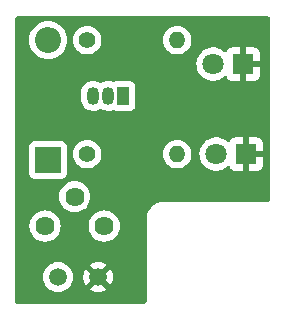
<source format=gbr>
%TF.GenerationSoftware,KiCad,Pcbnew,(6.0.0)*%
%TF.CreationDate,2022-01-11T14:15:25-05:00*%
%TF.ProjectId,automatic_night_light,6175746f-6d61-4746-9963-5f6e69676874,1*%
%TF.SameCoordinates,Original*%
%TF.FileFunction,Copper,L2,Bot*%
%TF.FilePolarity,Positive*%
%FSLAX46Y46*%
G04 Gerber Fmt 4.6, Leading zero omitted, Abs format (unit mm)*
G04 Created by KiCad (PCBNEW (6.0.0)) date 2022-01-11 14:15:25*
%MOMM*%
%LPD*%
G01*
G04 APERTURE LIST*
%TA.AperFunction,ComponentPad*%
%ADD10R,2.200000X2.200000*%
%TD*%
%TA.AperFunction,ComponentPad*%
%ADD11O,2.200000X2.200000*%
%TD*%
%TA.AperFunction,ComponentPad*%
%ADD12R,1.800000X1.800000*%
%TD*%
%TA.AperFunction,ComponentPad*%
%ADD13C,1.800000*%
%TD*%
%TA.AperFunction,ComponentPad*%
%ADD14C,1.500000*%
%TD*%
%TA.AperFunction,ComponentPad*%
%ADD15O,1.050000X1.500000*%
%TD*%
%TA.AperFunction,ComponentPad*%
%ADD16R,1.050000X1.500000*%
%TD*%
%TA.AperFunction,ComponentPad*%
%ADD17C,1.620000*%
%TD*%
%TA.AperFunction,ComponentPad*%
%ADD18C,1.400000*%
%TD*%
%TA.AperFunction,ComponentPad*%
%ADD19O,1.400000X1.400000*%
%TD*%
G04 APERTURE END LIST*
D10*
%TO.P,D1,1,K*%
%TO.N,Net-(D1-Pad1)*%
X128778000Y-70612000D03*
D11*
%TO.P,D1,2,A*%
%TO.N,+9V*%
X128778000Y-60452000D03*
%TD*%
D12*
%TO.P,D3,1,K*%
%TO.N,GND*%
X145288000Y-62484000D03*
D13*
%TO.P,D3,2,A*%
%TO.N,Net-(D2-Pad2)*%
X142748000Y-62484000D03*
%TD*%
%TO.P,D2,2,A*%
%TO.N,Net-(D2-Pad2)*%
X143007000Y-70104000D03*
D12*
%TO.P,D2,1,K*%
%TO.N,GND*%
X145547000Y-70104000D03*
%TD*%
D14*
%TO.P,R1,2*%
%TO.N,GND*%
X133018000Y-80518000D03*
%TO.P,R1,1*%
%TO.N,Net-(R2-Pad1)*%
X129618000Y-80518000D03*
%TD*%
D15*
%TO.P,Q1,2,B*%
%TO.N,Net-(Q1-Pad2)*%
X133858000Y-65172000D03*
%TO.P,Q1,3,C*%
%TO.N,Net-(D1-Pad1)*%
X132588000Y-65172000D03*
D16*
%TO.P,Q1,1,E*%
%TO.N,Net-(Q1-Pad1)*%
X135128000Y-65172000D03*
%TD*%
D17*
%TO.P,RV1,3,3*%
%TO.N,unconnected-(RV1-Pad3)*%
X133524000Y-76200000D03*
%TO.P,RV1,2,2*%
%TO.N,Net-(R2-Pad1)*%
X131024000Y-73700000D03*
%TO.P,RV1,1,1*%
%TO.N,Net-(D1-Pad1)*%
X128524000Y-76200000D03*
%TD*%
D18*
%TO.P,R3,1*%
%TO.N,Net-(Q1-Pad1)*%
X132080000Y-60452000D03*
D19*
%TO.P,R3,2*%
%TO.N,Net-(D2-Pad2)*%
X139700000Y-60452000D03*
%TD*%
D18*
%TO.P,R2,1*%
%TO.N,Net-(R2-Pad1)*%
X132080000Y-70104000D03*
D19*
%TO.P,R2,2*%
%TO.N,Net-(Q1-Pad2)*%
X139700000Y-70104000D03*
%TD*%
%TA.AperFunction,Conductor*%
%TO.N,GND*%
G36*
X147293913Y-58421136D02*
G01*
X147315137Y-58424006D01*
X147315140Y-58424006D01*
X147324030Y-58425208D01*
X147332901Y-58423867D01*
X147341882Y-58423796D01*
X147341889Y-58424713D01*
X147363411Y-58424614D01*
X147385885Y-58427805D01*
X147424468Y-58439830D01*
X147456472Y-58455814D01*
X147489269Y-58479442D01*
X147514558Y-58504731D01*
X147538186Y-58537528D01*
X147554170Y-58569532D01*
X147566196Y-58608122D01*
X147569311Y-58630066D01*
X147570386Y-58649816D01*
X147569043Y-58657433D01*
X147572687Y-58690438D01*
X147573239Y-58695436D01*
X147574000Y-58709264D01*
X147574000Y-73864671D01*
X147572500Y-73884055D01*
X147568814Y-73907729D01*
X147569978Y-73916629D01*
X147569868Y-73925605D01*
X147569050Y-73925595D01*
X147568759Y-73947086D01*
X147564690Y-73972778D01*
X147552508Y-74010270D01*
X147534549Y-74045517D01*
X147511377Y-74077410D01*
X147483410Y-74105377D01*
X147451517Y-74128549D01*
X147416270Y-74146508D01*
X147378779Y-74158690D01*
X147353941Y-74162624D01*
X147334232Y-74164054D01*
X147326269Y-74162814D01*
X147294748Y-74166936D01*
X147278410Y-74168000D01*
X138455433Y-74168000D01*
X138445545Y-74167611D01*
X138397334Y-74163816D01*
X138392474Y-74164186D01*
X138392471Y-74164186D01*
X138391283Y-74164277D01*
X138384830Y-74164768D01*
X138380092Y-74165879D01*
X138380093Y-74165879D01*
X138374114Y-74167281D01*
X138366590Y-74168806D01*
X138171918Y-74202098D01*
X138167084Y-74203764D01*
X138167080Y-74203765D01*
X138010000Y-74257901D01*
X137967626Y-74272505D01*
X137777417Y-74375037D01*
X137606304Y-74506993D01*
X137458794Y-74664896D01*
X137455956Y-74669145D01*
X137455952Y-74669150D01*
X137341615Y-74840334D01*
X137338776Y-74844585D01*
X137336662Y-74849240D01*
X137257492Y-75023536D01*
X137249412Y-75041324D01*
X137193057Y-75249930D01*
X137192540Y-75255013D01*
X137192539Y-75255019D01*
X137175091Y-75426608D01*
X137173547Y-75437248D01*
X137170692Y-75452354D01*
X137170288Y-75464887D01*
X137171697Y-75476367D01*
X137172318Y-75500642D01*
X137163190Y-75629081D01*
X137162007Y-75639531D01*
X137160000Y-75652423D01*
X137160000Y-75669497D01*
X137159683Y-75678429D01*
X137158692Y-75692373D01*
X137159011Y-75696840D01*
X137159011Y-75696843D01*
X137159680Y-75706207D01*
X137160000Y-75715183D01*
X137160000Y-82478882D01*
X137159701Y-82483848D01*
X137158493Y-82488340D01*
X137158689Y-82497316D01*
X137157611Y-82506224D01*
X137157257Y-82506181D01*
X137154864Y-82527468D01*
X137143685Y-82572049D01*
X137130775Y-82604078D01*
X137100000Y-82657749D01*
X137078878Y-82685071D01*
X137034688Y-82728370D01*
X137006941Y-82748931D01*
X136952659Y-82778604D01*
X136920377Y-82790859D01*
X136878356Y-82800491D01*
X136859731Y-82803315D01*
X136857826Y-82803459D01*
X136848869Y-82802862D01*
X136840107Y-82804802D01*
X136831154Y-82805480D01*
X136831132Y-82805185D01*
X136818168Y-82806602D01*
X126311188Y-82804010D01*
X126296085Y-82803097D01*
X126261391Y-82798898D01*
X126252536Y-82800364D01*
X126243560Y-82800559D01*
X126243542Y-82799742D01*
X126222057Y-82800181D01*
X126192720Y-82796553D01*
X126154831Y-82785652D01*
X126115782Y-82767400D01*
X126083122Y-82745329D01*
X126051624Y-82715905D01*
X126027380Y-82684817D01*
X126006514Y-82647094D01*
X125993065Y-82610039D01*
X125987615Y-82581868D01*
X125985515Y-82562217D01*
X125986483Y-82554219D01*
X125983079Y-82533653D01*
X125981387Y-82513065D01*
X125981470Y-81760692D01*
X125981606Y-80518000D01*
X128354693Y-80518000D01*
X128373885Y-80737371D01*
X128430880Y-80950076D01*
X128433205Y-80955061D01*
X128521618Y-81144666D01*
X128521621Y-81144671D01*
X128523944Y-81149653D01*
X128527100Y-81154160D01*
X128527101Y-81154162D01*
X128555801Y-81195149D01*
X128650251Y-81330038D01*
X128805962Y-81485749D01*
X128986346Y-81612056D01*
X129185924Y-81705120D01*
X129398629Y-81762115D01*
X129618000Y-81781307D01*
X129837371Y-81762115D01*
X130050076Y-81705120D01*
X130249654Y-81612056D01*
X130312342Y-81568161D01*
X132332393Y-81568161D01*
X132341687Y-81580175D01*
X132382088Y-81608464D01*
X132391584Y-81613947D01*
X132581113Y-81702326D01*
X132591405Y-81706072D01*
X132793401Y-81760196D01*
X132804196Y-81762099D01*
X133012525Y-81780326D01*
X133023475Y-81780326D01*
X133231804Y-81762099D01*
X133242599Y-81760196D01*
X133444595Y-81706072D01*
X133454887Y-81702326D01*
X133644416Y-81613947D01*
X133653912Y-81608464D01*
X133695148Y-81579590D01*
X133703523Y-81569112D01*
X133696457Y-81555668D01*
X133030811Y-80890021D01*
X133016868Y-80882408D01*
X133015034Y-80882539D01*
X133008420Y-80886790D01*
X132338820Y-81556391D01*
X132332393Y-81568161D01*
X130312342Y-81568161D01*
X130430038Y-81485749D01*
X130585749Y-81330038D01*
X130680200Y-81195149D01*
X130708899Y-81154162D01*
X130708900Y-81154160D01*
X130712056Y-81149653D01*
X130714379Y-81144671D01*
X130714382Y-81144666D01*
X130802795Y-80955061D01*
X130805120Y-80950076D01*
X130862115Y-80737371D01*
X130880828Y-80523475D01*
X131755674Y-80523475D01*
X131773901Y-80731804D01*
X131775804Y-80742599D01*
X131829928Y-80944595D01*
X131833674Y-80954887D01*
X131922054Y-81144417D01*
X131927534Y-81153907D01*
X131956411Y-81195149D01*
X131966887Y-81203523D01*
X131980334Y-81196455D01*
X132645979Y-80530811D01*
X132652356Y-80519132D01*
X133382408Y-80519132D01*
X133382539Y-80520966D01*
X133386790Y-80527580D01*
X134056391Y-81197180D01*
X134068161Y-81203607D01*
X134080176Y-81194311D01*
X134108466Y-81153907D01*
X134113946Y-81144417D01*
X134202326Y-80954887D01*
X134206072Y-80944595D01*
X134260196Y-80742599D01*
X134262099Y-80731804D01*
X134280326Y-80523475D01*
X134280326Y-80512525D01*
X134262099Y-80304196D01*
X134260196Y-80293401D01*
X134206072Y-80091405D01*
X134202326Y-80081113D01*
X134113946Y-79891583D01*
X134108466Y-79882093D01*
X134079589Y-79840851D01*
X134069113Y-79832477D01*
X134055666Y-79839545D01*
X133390021Y-80505189D01*
X133382408Y-80519132D01*
X132652356Y-80519132D01*
X132653592Y-80516868D01*
X132653461Y-80515034D01*
X132649210Y-80508420D01*
X131979609Y-79838820D01*
X131967839Y-79832393D01*
X131955824Y-79841689D01*
X131927534Y-79882093D01*
X131922054Y-79891583D01*
X131833674Y-80081113D01*
X131829928Y-80091405D01*
X131775804Y-80293401D01*
X131773901Y-80304196D01*
X131755674Y-80512525D01*
X131755674Y-80523475D01*
X130880828Y-80523475D01*
X130881307Y-80518000D01*
X130862115Y-80298629D01*
X130805120Y-80085924D01*
X130714498Y-79891583D01*
X130714382Y-79891334D01*
X130714379Y-79891329D01*
X130712056Y-79886347D01*
X130680786Y-79841689D01*
X130588908Y-79710473D01*
X130588906Y-79710470D01*
X130585749Y-79705962D01*
X130430038Y-79550251D01*
X130310983Y-79466887D01*
X132332477Y-79466887D01*
X132339545Y-79480334D01*
X133005189Y-80145979D01*
X133019132Y-80153592D01*
X133020966Y-80153461D01*
X133027580Y-80149210D01*
X133697180Y-79479609D01*
X133703607Y-79467839D01*
X133694313Y-79455825D01*
X133653912Y-79427536D01*
X133644416Y-79422053D01*
X133454887Y-79333674D01*
X133444595Y-79329928D01*
X133242599Y-79275804D01*
X133231804Y-79273901D01*
X133023475Y-79255674D01*
X133012525Y-79255674D01*
X132804196Y-79273901D01*
X132793401Y-79275804D01*
X132591405Y-79329928D01*
X132581113Y-79333674D01*
X132391583Y-79422054D01*
X132382093Y-79427534D01*
X132340851Y-79456411D01*
X132332477Y-79466887D01*
X130310983Y-79466887D01*
X130249654Y-79423944D01*
X130050076Y-79330880D01*
X129837371Y-79273885D01*
X129618000Y-79254693D01*
X129398629Y-79273885D01*
X129185924Y-79330880D01*
X129092562Y-79374415D01*
X128991334Y-79421618D01*
X128991329Y-79421621D01*
X128986347Y-79423944D01*
X128981840Y-79427100D01*
X128981838Y-79427101D01*
X128810473Y-79547092D01*
X128810470Y-79547094D01*
X128805962Y-79550251D01*
X128650251Y-79705962D01*
X128647094Y-79710470D01*
X128647092Y-79710473D01*
X128555214Y-79841689D01*
X128523944Y-79886347D01*
X128521621Y-79891329D01*
X128521618Y-79891334D01*
X128521502Y-79891583D01*
X128430880Y-80085924D01*
X128373885Y-80298629D01*
X128354693Y-80518000D01*
X125981606Y-80518000D01*
X125982079Y-76200000D01*
X127200464Y-76200000D01*
X127220571Y-76429830D01*
X127280283Y-76652676D01*
X127282608Y-76657661D01*
X127375458Y-76856781D01*
X127375461Y-76856786D01*
X127377784Y-76861768D01*
X127510113Y-77050753D01*
X127673247Y-77213887D01*
X127677755Y-77217044D01*
X127677758Y-77217046D01*
X127756630Y-77272272D01*
X127862232Y-77346216D01*
X127867214Y-77348539D01*
X127867219Y-77348542D01*
X127973558Y-77398128D01*
X128071324Y-77443717D01*
X128294170Y-77503429D01*
X128524000Y-77523536D01*
X128753830Y-77503429D01*
X128976676Y-77443717D01*
X129074442Y-77398128D01*
X129180781Y-77348542D01*
X129180786Y-77348539D01*
X129185768Y-77346216D01*
X129291370Y-77272272D01*
X129370242Y-77217046D01*
X129370245Y-77217044D01*
X129374753Y-77213887D01*
X129537887Y-77050753D01*
X129670216Y-76861768D01*
X129672539Y-76856786D01*
X129672542Y-76856781D01*
X129765392Y-76657661D01*
X129767717Y-76652676D01*
X129827429Y-76429830D01*
X129847536Y-76200000D01*
X132200464Y-76200000D01*
X132220571Y-76429830D01*
X132280283Y-76652676D01*
X132282608Y-76657661D01*
X132375458Y-76856781D01*
X132375461Y-76856786D01*
X132377784Y-76861768D01*
X132510113Y-77050753D01*
X132673247Y-77213887D01*
X132677755Y-77217044D01*
X132677758Y-77217046D01*
X132756630Y-77272272D01*
X132862232Y-77346216D01*
X132867214Y-77348539D01*
X132867219Y-77348542D01*
X132973558Y-77398128D01*
X133071324Y-77443717D01*
X133294170Y-77503429D01*
X133524000Y-77523536D01*
X133753830Y-77503429D01*
X133976676Y-77443717D01*
X134074442Y-77398128D01*
X134180781Y-77348542D01*
X134180786Y-77348539D01*
X134185768Y-77346216D01*
X134291370Y-77272272D01*
X134370242Y-77217046D01*
X134370245Y-77217044D01*
X134374753Y-77213887D01*
X134537887Y-77050753D01*
X134670216Y-76861768D01*
X134672539Y-76856786D01*
X134672542Y-76856781D01*
X134765392Y-76657661D01*
X134767717Y-76652676D01*
X134827429Y-76429830D01*
X134847536Y-76200000D01*
X134827429Y-75970170D01*
X134767717Y-75747324D01*
X134715027Y-75634329D01*
X134672542Y-75543219D01*
X134672539Y-75543214D01*
X134670216Y-75538232D01*
X134537887Y-75349247D01*
X134374753Y-75186113D01*
X134370245Y-75182956D01*
X134370242Y-75182954D01*
X134288297Y-75125576D01*
X134185768Y-75053784D01*
X134180786Y-75051461D01*
X134180781Y-75051458D01*
X134074442Y-75001872D01*
X133976676Y-74956283D01*
X133753830Y-74896571D01*
X133524000Y-74876464D01*
X133294170Y-74896571D01*
X133071324Y-74956283D01*
X132973558Y-75001872D01*
X132867219Y-75051458D01*
X132867214Y-75051461D01*
X132862232Y-75053784D01*
X132759703Y-75125576D01*
X132677758Y-75182954D01*
X132677755Y-75182956D01*
X132673247Y-75186113D01*
X132510113Y-75349247D01*
X132377784Y-75538232D01*
X132375461Y-75543214D01*
X132375458Y-75543219D01*
X132332973Y-75634329D01*
X132280283Y-75747324D01*
X132220571Y-75970170D01*
X132200464Y-76200000D01*
X129847536Y-76200000D01*
X129827429Y-75970170D01*
X129767717Y-75747324D01*
X129715027Y-75634329D01*
X129672542Y-75543219D01*
X129672539Y-75543214D01*
X129670216Y-75538232D01*
X129537887Y-75349247D01*
X129374753Y-75186113D01*
X129370245Y-75182956D01*
X129370242Y-75182954D01*
X129288297Y-75125576D01*
X129185768Y-75053784D01*
X129180786Y-75051461D01*
X129180781Y-75051458D01*
X129074442Y-75001872D01*
X128976676Y-74956283D01*
X128753830Y-74896571D01*
X128524000Y-74876464D01*
X128294170Y-74896571D01*
X128071324Y-74956283D01*
X127973558Y-75001872D01*
X127867219Y-75051458D01*
X127867214Y-75051461D01*
X127862232Y-75053784D01*
X127759703Y-75125576D01*
X127677758Y-75182954D01*
X127677755Y-75182956D01*
X127673247Y-75186113D01*
X127510113Y-75349247D01*
X127377784Y-75538232D01*
X127375461Y-75543214D01*
X127375458Y-75543219D01*
X127332973Y-75634329D01*
X127280283Y-75747324D01*
X127220571Y-75970170D01*
X127200464Y-76200000D01*
X125982079Y-76200000D01*
X125982353Y-73700000D01*
X129700464Y-73700000D01*
X129720571Y-73929830D01*
X129780283Y-74152676D01*
X129803329Y-74202098D01*
X129875458Y-74356781D01*
X129875461Y-74356786D01*
X129877784Y-74361768D01*
X130010113Y-74550753D01*
X130173247Y-74713887D01*
X130177755Y-74717044D01*
X130177758Y-74717046D01*
X130256630Y-74772272D01*
X130362232Y-74846216D01*
X130367214Y-74848539D01*
X130367219Y-74848542D01*
X130427099Y-74876464D01*
X130571324Y-74943717D01*
X130794170Y-75003429D01*
X131024000Y-75023536D01*
X131253830Y-75003429D01*
X131476676Y-74943717D01*
X131620901Y-74876464D01*
X131680781Y-74848542D01*
X131680786Y-74848539D01*
X131685768Y-74846216D01*
X131791370Y-74772272D01*
X131870242Y-74717046D01*
X131870245Y-74717044D01*
X131874753Y-74713887D01*
X132037887Y-74550753D01*
X132170216Y-74361768D01*
X132172539Y-74356786D01*
X132172542Y-74356781D01*
X132244671Y-74202098D01*
X132267717Y-74152676D01*
X132327429Y-73929830D01*
X132347536Y-73700000D01*
X132327429Y-73470170D01*
X132267717Y-73247324D01*
X132222128Y-73149558D01*
X132172542Y-73043219D01*
X132172539Y-73043214D01*
X132170216Y-73038232D01*
X132037887Y-72849247D01*
X131874753Y-72686113D01*
X131870245Y-72682956D01*
X131870242Y-72682954D01*
X131791370Y-72627728D01*
X131685768Y-72553784D01*
X131680786Y-72551461D01*
X131680781Y-72551458D01*
X131574442Y-72501872D01*
X131476676Y-72456283D01*
X131253830Y-72396571D01*
X131024000Y-72376464D01*
X130794170Y-72396571D01*
X130571324Y-72456283D01*
X130473558Y-72501872D01*
X130367219Y-72551458D01*
X130367214Y-72551461D01*
X130362232Y-72553784D01*
X130256630Y-72627728D01*
X130177758Y-72682954D01*
X130177755Y-72682956D01*
X130173247Y-72686113D01*
X130010113Y-72849247D01*
X129877784Y-73038232D01*
X129875461Y-73043214D01*
X129875458Y-73043219D01*
X129825872Y-73149558D01*
X129780283Y-73247324D01*
X129720571Y-73470170D01*
X129700464Y-73700000D01*
X125982353Y-73700000D01*
X125982565Y-71760134D01*
X127169500Y-71760134D01*
X127176255Y-71822316D01*
X127227385Y-71958705D01*
X127314739Y-72075261D01*
X127431295Y-72162615D01*
X127567684Y-72213745D01*
X127629866Y-72220500D01*
X129926134Y-72220500D01*
X129988316Y-72213745D01*
X130124705Y-72162615D01*
X130241261Y-72075261D01*
X130328615Y-71958705D01*
X130379745Y-71822316D01*
X130386500Y-71760134D01*
X130386500Y-70104000D01*
X130866884Y-70104000D01*
X130885314Y-70314655D01*
X130940044Y-70518910D01*
X131029411Y-70710558D01*
X131150699Y-70883776D01*
X131300224Y-71033301D01*
X131473442Y-71154589D01*
X131478420Y-71156910D01*
X131478423Y-71156912D01*
X131541858Y-71186492D01*
X131665090Y-71243956D01*
X131670398Y-71245378D01*
X131670400Y-71245379D01*
X131864030Y-71297262D01*
X131864032Y-71297262D01*
X131869345Y-71298686D01*
X132080000Y-71317116D01*
X132290655Y-71298686D01*
X132295968Y-71297262D01*
X132295970Y-71297262D01*
X132489600Y-71245379D01*
X132489602Y-71245378D01*
X132494910Y-71243956D01*
X132618142Y-71186492D01*
X132681577Y-71156912D01*
X132681580Y-71156910D01*
X132686558Y-71154589D01*
X132859776Y-71033301D01*
X133009301Y-70883776D01*
X133130589Y-70710558D01*
X133219956Y-70518910D01*
X133274686Y-70314655D01*
X133293116Y-70104000D01*
X138486884Y-70104000D01*
X138505314Y-70314655D01*
X138560044Y-70518910D01*
X138649411Y-70710558D01*
X138770699Y-70883776D01*
X138920224Y-71033301D01*
X139093442Y-71154589D01*
X139098420Y-71156910D01*
X139098423Y-71156912D01*
X139161858Y-71186492D01*
X139285090Y-71243956D01*
X139290398Y-71245378D01*
X139290400Y-71245379D01*
X139484030Y-71297262D01*
X139484032Y-71297262D01*
X139489345Y-71298686D01*
X139700000Y-71317116D01*
X139910655Y-71298686D01*
X139915968Y-71297262D01*
X139915970Y-71297262D01*
X140109600Y-71245379D01*
X140109602Y-71245378D01*
X140114910Y-71243956D01*
X140238142Y-71186492D01*
X140301577Y-71156912D01*
X140301580Y-71156910D01*
X140306558Y-71154589D01*
X140479776Y-71033301D01*
X140629301Y-70883776D01*
X140750589Y-70710558D01*
X140839956Y-70518910D01*
X140894686Y-70314655D01*
X140913116Y-70104000D01*
X140910095Y-70069469D01*
X141594095Y-70069469D01*
X141594392Y-70074622D01*
X141594392Y-70074625D01*
X141600067Y-70173041D01*
X141607427Y-70300697D01*
X141608564Y-70305743D01*
X141608565Y-70305749D01*
X141623394Y-70371548D01*
X141658346Y-70526642D01*
X141660288Y-70531424D01*
X141660289Y-70531428D01*
X141734856Y-70715063D01*
X141745484Y-70741237D01*
X141866501Y-70938719D01*
X142018147Y-71113784D01*
X142196349Y-71261730D01*
X142396322Y-71378584D01*
X142612694Y-71461209D01*
X142617760Y-71462240D01*
X142617761Y-71462240D01*
X142670846Y-71473040D01*
X142839656Y-71507385D01*
X142970324Y-71512176D01*
X143065949Y-71515683D01*
X143065953Y-71515683D01*
X143071113Y-71515872D01*
X143076233Y-71515216D01*
X143076235Y-71515216D01*
X143175668Y-71502478D01*
X143300847Y-71486442D01*
X143305795Y-71484957D01*
X143305802Y-71484956D01*
X143517747Y-71421369D01*
X143522690Y-71419886D01*
X143603236Y-71380427D01*
X143726049Y-71320262D01*
X143726052Y-71320260D01*
X143730684Y-71317991D01*
X143919243Y-71183494D01*
X143922898Y-71179852D01*
X143922906Y-71179845D01*
X143964697Y-71138199D01*
X144027068Y-71104282D01*
X144097875Y-71109470D01*
X144154637Y-71152116D01*
X144171619Y-71183218D01*
X144193677Y-71242056D01*
X144202214Y-71257649D01*
X144278715Y-71359724D01*
X144291276Y-71372285D01*
X144393351Y-71448786D01*
X144408946Y-71457324D01*
X144529394Y-71502478D01*
X144544649Y-71506105D01*
X144595514Y-71511631D01*
X144602328Y-71512000D01*
X145274885Y-71512000D01*
X145290124Y-71507525D01*
X145291329Y-71506135D01*
X145293000Y-71498452D01*
X145293000Y-71493884D01*
X145801000Y-71493884D01*
X145805475Y-71509123D01*
X145806865Y-71510328D01*
X145814548Y-71511999D01*
X146491669Y-71511999D01*
X146498490Y-71511629D01*
X146549352Y-71506105D01*
X146564604Y-71502479D01*
X146685054Y-71457324D01*
X146700649Y-71448786D01*
X146802724Y-71372285D01*
X146815285Y-71359724D01*
X146891786Y-71257649D01*
X146900324Y-71242054D01*
X146945478Y-71121606D01*
X146949105Y-71106351D01*
X146954631Y-71055486D01*
X146955000Y-71048672D01*
X146955000Y-70376115D01*
X146950525Y-70360876D01*
X146949135Y-70359671D01*
X146941452Y-70358000D01*
X145819115Y-70358000D01*
X145803876Y-70362475D01*
X145802671Y-70363865D01*
X145801000Y-70371548D01*
X145801000Y-71493884D01*
X145293000Y-71493884D01*
X145293000Y-69831885D01*
X145801000Y-69831885D01*
X145805475Y-69847124D01*
X145806865Y-69848329D01*
X145814548Y-69850000D01*
X146936884Y-69850000D01*
X146952123Y-69845525D01*
X146953328Y-69844135D01*
X146954999Y-69836452D01*
X146954999Y-69159331D01*
X146954629Y-69152510D01*
X146949105Y-69101648D01*
X146945479Y-69086396D01*
X146900324Y-68965946D01*
X146891786Y-68950351D01*
X146815285Y-68848276D01*
X146802724Y-68835715D01*
X146700649Y-68759214D01*
X146685054Y-68750676D01*
X146564606Y-68705522D01*
X146549351Y-68701895D01*
X146498486Y-68696369D01*
X146491672Y-68696000D01*
X145819115Y-68696000D01*
X145803876Y-68700475D01*
X145802671Y-68701865D01*
X145801000Y-68709548D01*
X145801000Y-69831885D01*
X145293000Y-69831885D01*
X145293000Y-68714116D01*
X145288525Y-68698877D01*
X145287135Y-68697672D01*
X145279452Y-68696001D01*
X144602331Y-68696001D01*
X144595510Y-68696371D01*
X144544648Y-68701895D01*
X144529396Y-68705521D01*
X144408946Y-68750676D01*
X144393351Y-68759214D01*
X144291276Y-68835715D01*
X144278715Y-68848276D01*
X144202214Y-68950351D01*
X144193675Y-68965948D01*
X144172934Y-69021275D01*
X144130293Y-69078040D01*
X144063731Y-69102740D01*
X143994383Y-69087533D01*
X143971388Y-69070909D01*
X143970887Y-69070358D01*
X143886230Y-69003500D01*
X143793177Y-68930011D01*
X143793172Y-68930008D01*
X143789123Y-68926810D01*
X143784607Y-68924317D01*
X143784604Y-68924315D01*
X143590879Y-68817373D01*
X143590875Y-68817371D01*
X143586355Y-68814876D01*
X143581486Y-68813152D01*
X143581482Y-68813150D01*
X143372903Y-68739288D01*
X143372899Y-68739287D01*
X143368028Y-68737562D01*
X143362935Y-68736655D01*
X143362932Y-68736654D01*
X143145095Y-68697851D01*
X143145089Y-68697850D01*
X143140006Y-68696945D01*
X143062644Y-68696000D01*
X142913581Y-68694179D01*
X142913579Y-68694179D01*
X142908411Y-68694116D01*
X142679464Y-68729150D01*
X142459314Y-68801106D01*
X142454726Y-68803494D01*
X142454722Y-68803496D01*
X142285931Y-68891363D01*
X142253872Y-68908052D01*
X142249739Y-68911155D01*
X142249736Y-68911157D01*
X142103073Y-69021275D01*
X142068655Y-69047117D01*
X141908639Y-69214564D01*
X141905725Y-69218836D01*
X141905724Y-69218837D01*
X141874033Y-69265295D01*
X141778119Y-69405899D01*
X141680602Y-69615981D01*
X141618707Y-69839169D01*
X141594095Y-70069469D01*
X140910095Y-70069469D01*
X140894686Y-69893345D01*
X140839956Y-69689090D01*
X140805865Y-69615981D01*
X140752912Y-69502423D01*
X140752910Y-69502420D01*
X140750589Y-69497442D01*
X140629301Y-69324224D01*
X140479776Y-69174699D01*
X140306558Y-69053411D01*
X140301580Y-69051090D01*
X140301577Y-69051088D01*
X140119892Y-68966367D01*
X140119891Y-68966366D01*
X140114910Y-68964044D01*
X140109602Y-68962622D01*
X140109600Y-68962621D01*
X139915970Y-68910738D01*
X139915968Y-68910738D01*
X139910655Y-68909314D01*
X139700000Y-68890884D01*
X139489345Y-68909314D01*
X139484032Y-68910738D01*
X139484030Y-68910738D01*
X139290400Y-68962621D01*
X139290398Y-68962622D01*
X139285090Y-68964044D01*
X139280109Y-68966366D01*
X139280108Y-68966367D01*
X139098423Y-69051088D01*
X139098420Y-69051090D01*
X139093442Y-69053411D01*
X138920224Y-69174699D01*
X138770699Y-69324224D01*
X138649411Y-69497442D01*
X138647090Y-69502420D01*
X138647088Y-69502423D01*
X138594135Y-69615981D01*
X138560044Y-69689090D01*
X138505314Y-69893345D01*
X138486884Y-70104000D01*
X133293116Y-70104000D01*
X133274686Y-69893345D01*
X133219956Y-69689090D01*
X133185865Y-69615981D01*
X133132912Y-69502423D01*
X133132910Y-69502420D01*
X133130589Y-69497442D01*
X133009301Y-69324224D01*
X132859776Y-69174699D01*
X132686558Y-69053411D01*
X132681580Y-69051090D01*
X132681577Y-69051088D01*
X132499892Y-68966367D01*
X132499891Y-68966366D01*
X132494910Y-68964044D01*
X132489602Y-68962622D01*
X132489600Y-68962621D01*
X132295970Y-68910738D01*
X132295968Y-68910738D01*
X132290655Y-68909314D01*
X132080000Y-68890884D01*
X131869345Y-68909314D01*
X131864032Y-68910738D01*
X131864030Y-68910738D01*
X131670400Y-68962621D01*
X131670398Y-68962622D01*
X131665090Y-68964044D01*
X131660109Y-68966366D01*
X131660108Y-68966367D01*
X131478423Y-69051088D01*
X131478420Y-69051090D01*
X131473442Y-69053411D01*
X131300224Y-69174699D01*
X131150699Y-69324224D01*
X131029411Y-69497442D01*
X131027090Y-69502420D01*
X131027088Y-69502423D01*
X130974135Y-69615981D01*
X130940044Y-69689090D01*
X130885314Y-69893345D01*
X130866884Y-70104000D01*
X130386500Y-70104000D01*
X130386500Y-69463866D01*
X130379745Y-69401684D01*
X130328615Y-69265295D01*
X130241261Y-69148739D01*
X130124705Y-69061385D01*
X129988316Y-69010255D01*
X129926134Y-69003500D01*
X127629866Y-69003500D01*
X127567684Y-69010255D01*
X127431295Y-69061385D01*
X127314739Y-69148739D01*
X127227385Y-69265295D01*
X127176255Y-69401684D01*
X127169500Y-69463866D01*
X127169500Y-71760134D01*
X125982565Y-71760134D01*
X125982592Y-71515683D01*
X125983257Y-65448004D01*
X131554500Y-65448004D01*
X131569277Y-65598713D01*
X131627858Y-65792742D01*
X131723010Y-65971698D01*
X131851110Y-66128763D01*
X131855857Y-66132690D01*
X131855859Y-66132692D01*
X132002528Y-66254027D01*
X132002531Y-66254029D01*
X132007278Y-66257956D01*
X132185565Y-66354356D01*
X132254733Y-66375767D01*
X132373293Y-66412468D01*
X132373296Y-66412469D01*
X132379180Y-66414290D01*
X132385305Y-66414934D01*
X132385306Y-66414934D01*
X132574622Y-66434832D01*
X132574623Y-66434832D01*
X132580750Y-66435476D01*
X132664014Y-66427898D01*
X132776457Y-66417665D01*
X132776460Y-66417664D01*
X132782596Y-66417106D01*
X132788502Y-66415368D01*
X132788506Y-66415367D01*
X132971120Y-66361620D01*
X132971119Y-66361620D01*
X132977029Y-66359881D01*
X132982486Y-66357028D01*
X132982489Y-66357027D01*
X133119765Y-66285261D01*
X133156460Y-66266077D01*
X133156462Y-66266077D01*
X133156645Y-66265981D01*
X133156663Y-66266016D01*
X133222441Y-66246111D01*
X133283409Y-66261271D01*
X133455565Y-66354356D01*
X133524733Y-66375767D01*
X133643293Y-66412468D01*
X133643296Y-66412469D01*
X133649180Y-66414290D01*
X133655305Y-66414934D01*
X133655306Y-66414934D01*
X133844622Y-66434832D01*
X133844623Y-66434832D01*
X133850750Y-66435476D01*
X133934014Y-66427898D01*
X134046457Y-66417665D01*
X134046460Y-66417664D01*
X134052596Y-66417106D01*
X134058502Y-66415368D01*
X134058506Y-66415367D01*
X134241121Y-66361620D01*
X134241123Y-66361619D01*
X134244111Y-66360740D01*
X134247029Y-66359881D01*
X134247282Y-66360740D01*
X134312662Y-66354286D01*
X134349406Y-66367452D01*
X134356295Y-66372615D01*
X134364696Y-66375764D01*
X134364699Y-66375766D01*
X134445414Y-66406024D01*
X134492684Y-66423745D01*
X134554866Y-66430500D01*
X135701134Y-66430500D01*
X135763316Y-66423745D01*
X135899705Y-66372615D01*
X136016261Y-66285261D01*
X136103615Y-66168705D01*
X136154745Y-66032316D01*
X136161500Y-65970134D01*
X136161500Y-64373866D01*
X136154745Y-64311684D01*
X136103615Y-64175295D01*
X136016261Y-64058739D01*
X135899705Y-63971385D01*
X135763316Y-63920255D01*
X135701134Y-63913500D01*
X134554866Y-63913500D01*
X134492684Y-63920255D01*
X134476466Y-63926335D01*
X134364704Y-63968232D01*
X134364701Y-63968234D01*
X134356295Y-63971385D01*
X134349106Y-63976773D01*
X134348863Y-63976906D01*
X134279506Y-63992076D01*
X134251092Y-63986752D01*
X134242587Y-63984119D01*
X134066820Y-63929710D01*
X134060695Y-63929066D01*
X134060694Y-63929066D01*
X133871378Y-63909168D01*
X133871377Y-63909168D01*
X133865250Y-63908524D01*
X133781986Y-63916102D01*
X133669543Y-63926335D01*
X133669540Y-63926336D01*
X133663404Y-63926894D01*
X133657498Y-63928632D01*
X133657494Y-63928633D01*
X133522950Y-63968232D01*
X133468971Y-63984119D01*
X133463514Y-63986972D01*
X133463511Y-63986973D01*
X133379163Y-64031069D01*
X133289540Y-64077923D01*
X133289538Y-64077923D01*
X133289355Y-64078019D01*
X133289337Y-64077984D01*
X133223559Y-64097889D01*
X133162591Y-64082729D01*
X133153815Y-64077984D01*
X132990435Y-63989644D01*
X132893627Y-63959677D01*
X132802707Y-63931532D01*
X132802704Y-63931531D01*
X132796820Y-63929710D01*
X132790695Y-63929066D01*
X132790694Y-63929066D01*
X132601378Y-63909168D01*
X132601377Y-63909168D01*
X132595250Y-63908524D01*
X132511986Y-63916102D01*
X132399543Y-63926335D01*
X132399540Y-63926336D01*
X132393404Y-63926894D01*
X132387498Y-63928632D01*
X132387494Y-63928633D01*
X132252950Y-63968232D01*
X132198971Y-63984119D01*
X132193514Y-63986972D01*
X132193511Y-63986973D01*
X132109163Y-64031069D01*
X132019355Y-64078019D01*
X131861399Y-64205019D01*
X131731119Y-64360281D01*
X131728155Y-64365673D01*
X131728152Y-64365677D01*
X131721772Y-64377283D01*
X131633477Y-64537891D01*
X131572193Y-64731084D01*
X131554500Y-64888817D01*
X131554500Y-65448004D01*
X125983257Y-65448004D01*
X125983586Y-62449469D01*
X141335095Y-62449469D01*
X141348427Y-62680697D01*
X141349564Y-62685743D01*
X141349565Y-62685749D01*
X141364394Y-62751548D01*
X141399346Y-62906642D01*
X141401288Y-62911424D01*
X141401289Y-62911428D01*
X141484540Y-63116450D01*
X141486484Y-63121237D01*
X141607501Y-63318719D01*
X141759147Y-63493784D01*
X141937349Y-63641730D01*
X142137322Y-63758584D01*
X142353694Y-63841209D01*
X142358760Y-63842240D01*
X142358761Y-63842240D01*
X142411846Y-63853040D01*
X142580656Y-63887385D01*
X142711324Y-63892176D01*
X142806949Y-63895683D01*
X142806953Y-63895683D01*
X142812113Y-63895872D01*
X142817233Y-63895216D01*
X142817235Y-63895216D01*
X142916668Y-63882478D01*
X143041847Y-63866442D01*
X143046795Y-63864957D01*
X143046802Y-63864956D01*
X143258747Y-63801369D01*
X143263690Y-63799886D01*
X143344236Y-63760427D01*
X143467049Y-63700262D01*
X143467052Y-63700260D01*
X143471684Y-63697991D01*
X143660243Y-63563494D01*
X143663898Y-63559852D01*
X143663906Y-63559845D01*
X143705697Y-63518199D01*
X143768068Y-63484282D01*
X143838875Y-63489470D01*
X143895637Y-63532116D01*
X143912619Y-63563218D01*
X143934677Y-63622056D01*
X143943214Y-63637649D01*
X144019715Y-63739724D01*
X144032276Y-63752285D01*
X144134351Y-63828786D01*
X144149946Y-63837324D01*
X144270394Y-63882478D01*
X144285649Y-63886105D01*
X144336514Y-63891631D01*
X144343328Y-63892000D01*
X145015885Y-63892000D01*
X145031124Y-63887525D01*
X145032329Y-63886135D01*
X145034000Y-63878452D01*
X145034000Y-63873884D01*
X145542000Y-63873884D01*
X145546475Y-63889123D01*
X145547865Y-63890328D01*
X145555548Y-63891999D01*
X146232669Y-63891999D01*
X146239490Y-63891629D01*
X146290352Y-63886105D01*
X146305604Y-63882479D01*
X146426054Y-63837324D01*
X146441649Y-63828786D01*
X146543724Y-63752285D01*
X146556285Y-63739724D01*
X146632786Y-63637649D01*
X146641324Y-63622054D01*
X146686478Y-63501606D01*
X146690105Y-63486351D01*
X146695631Y-63435486D01*
X146696000Y-63428672D01*
X146696000Y-62756115D01*
X146691525Y-62740876D01*
X146690135Y-62739671D01*
X146682452Y-62738000D01*
X145560115Y-62738000D01*
X145544876Y-62742475D01*
X145543671Y-62743865D01*
X145542000Y-62751548D01*
X145542000Y-63873884D01*
X145034000Y-63873884D01*
X145034000Y-62211885D01*
X145542000Y-62211885D01*
X145546475Y-62227124D01*
X145547865Y-62228329D01*
X145555548Y-62230000D01*
X146677884Y-62230000D01*
X146693123Y-62225525D01*
X146694328Y-62224135D01*
X146695999Y-62216452D01*
X146695999Y-61539331D01*
X146695629Y-61532510D01*
X146690105Y-61481648D01*
X146686479Y-61466396D01*
X146641324Y-61345946D01*
X146632786Y-61330351D01*
X146556285Y-61228276D01*
X146543724Y-61215715D01*
X146441649Y-61139214D01*
X146426054Y-61130676D01*
X146305606Y-61085522D01*
X146290351Y-61081895D01*
X146239486Y-61076369D01*
X146232672Y-61076000D01*
X145560115Y-61076000D01*
X145544876Y-61080475D01*
X145543671Y-61081865D01*
X145542000Y-61089548D01*
X145542000Y-62211885D01*
X145034000Y-62211885D01*
X145034000Y-61094116D01*
X145029525Y-61078877D01*
X145028135Y-61077672D01*
X145020452Y-61076001D01*
X144343331Y-61076001D01*
X144336510Y-61076371D01*
X144285648Y-61081895D01*
X144270396Y-61085521D01*
X144149946Y-61130676D01*
X144134351Y-61139214D01*
X144032276Y-61215715D01*
X144019715Y-61228276D01*
X143943214Y-61330351D01*
X143934675Y-61345948D01*
X143913934Y-61401275D01*
X143871293Y-61458040D01*
X143804731Y-61482740D01*
X143735383Y-61467533D01*
X143712388Y-61450909D01*
X143711887Y-61450358D01*
X143678527Y-61424012D01*
X143534177Y-61310011D01*
X143534172Y-61310008D01*
X143530123Y-61306810D01*
X143525607Y-61304317D01*
X143525604Y-61304315D01*
X143331879Y-61197373D01*
X143331875Y-61197371D01*
X143327355Y-61194876D01*
X143322486Y-61193152D01*
X143322482Y-61193150D01*
X143113903Y-61119288D01*
X143113899Y-61119287D01*
X143109028Y-61117562D01*
X143103935Y-61116655D01*
X143103932Y-61116654D01*
X142886095Y-61077851D01*
X142886089Y-61077850D01*
X142881006Y-61076945D01*
X142803644Y-61076000D01*
X142654581Y-61074179D01*
X142654579Y-61074179D01*
X142649411Y-61074116D01*
X142420464Y-61109150D01*
X142200314Y-61181106D01*
X142195726Y-61183494D01*
X142195722Y-61183496D01*
X142095495Y-61235671D01*
X141994872Y-61288052D01*
X141990739Y-61291155D01*
X141990736Y-61291157D01*
X141844073Y-61401275D01*
X141809655Y-61427117D01*
X141649639Y-61594564D01*
X141519119Y-61785899D01*
X141421602Y-61995981D01*
X141359707Y-62219169D01*
X141335095Y-62449469D01*
X125983586Y-62449469D01*
X125983805Y-60452000D01*
X127164526Y-60452000D01*
X127184391Y-60704403D01*
X127243495Y-60950591D01*
X127245388Y-60955162D01*
X127245389Y-60955164D01*
X127338312Y-61179499D01*
X127340384Y-61184502D01*
X127342970Y-61188722D01*
X127346741Y-61194876D01*
X127472672Y-61400376D01*
X127637102Y-61592898D01*
X127829624Y-61757328D01*
X128045498Y-61889616D01*
X128050068Y-61891509D01*
X128050072Y-61891511D01*
X128274836Y-61984611D01*
X128279409Y-61986505D01*
X128318880Y-61995981D01*
X128520784Y-62044454D01*
X128520790Y-62044455D01*
X128525597Y-62045609D01*
X128778000Y-62065474D01*
X129030403Y-62045609D01*
X129035210Y-62044455D01*
X129035216Y-62044454D01*
X129237120Y-61995981D01*
X129276591Y-61986505D01*
X129281164Y-61984611D01*
X129505928Y-61891511D01*
X129505932Y-61891509D01*
X129510502Y-61889616D01*
X129726376Y-61757328D01*
X129918898Y-61592898D01*
X130083328Y-61400376D01*
X130209259Y-61194876D01*
X130213030Y-61188722D01*
X130215616Y-61184502D01*
X130217689Y-61179499D01*
X130310611Y-60955164D01*
X130310612Y-60955162D01*
X130312505Y-60950591D01*
X130371609Y-60704403D01*
X130391474Y-60452000D01*
X130866884Y-60452000D01*
X130885314Y-60662655D01*
X130940044Y-60866910D01*
X130942366Y-60871891D01*
X130942367Y-60871892D01*
X130981198Y-60955164D01*
X131029411Y-61058558D01*
X131150699Y-61231776D01*
X131300224Y-61381301D01*
X131473442Y-61502589D01*
X131478420Y-61504910D01*
X131478423Y-61504912D01*
X131552235Y-61539331D01*
X131665090Y-61591956D01*
X131670398Y-61593378D01*
X131670400Y-61593379D01*
X131864030Y-61645262D01*
X131864032Y-61645262D01*
X131869345Y-61646686D01*
X132080000Y-61665116D01*
X132290655Y-61646686D01*
X132295968Y-61645262D01*
X132295970Y-61645262D01*
X132489600Y-61593379D01*
X132489602Y-61593378D01*
X132494910Y-61591956D01*
X132607765Y-61539331D01*
X132681577Y-61504912D01*
X132681580Y-61504910D01*
X132686558Y-61502589D01*
X132859776Y-61381301D01*
X133009301Y-61231776D01*
X133130589Y-61058558D01*
X133178803Y-60955164D01*
X133217633Y-60871892D01*
X133217634Y-60871891D01*
X133219956Y-60866910D01*
X133274686Y-60662655D01*
X133293116Y-60452000D01*
X138486884Y-60452000D01*
X138505314Y-60662655D01*
X138560044Y-60866910D01*
X138562366Y-60871891D01*
X138562367Y-60871892D01*
X138601198Y-60955164D01*
X138649411Y-61058558D01*
X138770699Y-61231776D01*
X138920224Y-61381301D01*
X139093442Y-61502589D01*
X139098420Y-61504910D01*
X139098423Y-61504912D01*
X139172235Y-61539331D01*
X139285090Y-61591956D01*
X139290398Y-61593378D01*
X139290400Y-61593379D01*
X139484030Y-61645262D01*
X139484032Y-61645262D01*
X139489345Y-61646686D01*
X139700000Y-61665116D01*
X139910655Y-61646686D01*
X139915968Y-61645262D01*
X139915970Y-61645262D01*
X140109600Y-61593379D01*
X140109602Y-61593378D01*
X140114910Y-61591956D01*
X140227765Y-61539331D01*
X140301577Y-61504912D01*
X140301580Y-61504910D01*
X140306558Y-61502589D01*
X140479776Y-61381301D01*
X140629301Y-61231776D01*
X140750589Y-61058558D01*
X140798803Y-60955164D01*
X140837633Y-60871892D01*
X140837634Y-60871891D01*
X140839956Y-60866910D01*
X140894686Y-60662655D01*
X140913116Y-60452000D01*
X140894686Y-60241345D01*
X140839956Y-60037090D01*
X140800935Y-59953409D01*
X140752912Y-59850423D01*
X140752910Y-59850420D01*
X140750589Y-59845442D01*
X140629301Y-59672224D01*
X140479776Y-59522699D01*
X140306558Y-59401411D01*
X140301580Y-59399090D01*
X140301577Y-59399088D01*
X140119892Y-59314367D01*
X140119891Y-59314366D01*
X140114910Y-59312044D01*
X140109602Y-59310622D01*
X140109600Y-59310621D01*
X139915970Y-59258738D01*
X139915968Y-59258738D01*
X139910655Y-59257314D01*
X139700000Y-59238884D01*
X139489345Y-59257314D01*
X139484032Y-59258738D01*
X139484030Y-59258738D01*
X139290400Y-59310621D01*
X139290398Y-59310622D01*
X139285090Y-59312044D01*
X139280109Y-59314366D01*
X139280108Y-59314367D01*
X139098423Y-59399088D01*
X139098420Y-59399090D01*
X139093442Y-59401411D01*
X138920224Y-59522699D01*
X138770699Y-59672224D01*
X138649411Y-59845442D01*
X138647090Y-59850420D01*
X138647088Y-59850423D01*
X138599065Y-59953409D01*
X138560044Y-60037090D01*
X138505314Y-60241345D01*
X138486884Y-60452000D01*
X133293116Y-60452000D01*
X133274686Y-60241345D01*
X133219956Y-60037090D01*
X133180935Y-59953409D01*
X133132912Y-59850423D01*
X133132910Y-59850420D01*
X133130589Y-59845442D01*
X133009301Y-59672224D01*
X132859776Y-59522699D01*
X132686558Y-59401411D01*
X132681580Y-59399090D01*
X132681577Y-59399088D01*
X132499892Y-59314367D01*
X132499891Y-59314366D01*
X132494910Y-59312044D01*
X132489602Y-59310622D01*
X132489600Y-59310621D01*
X132295970Y-59258738D01*
X132295968Y-59258738D01*
X132290655Y-59257314D01*
X132080000Y-59238884D01*
X131869345Y-59257314D01*
X131864032Y-59258738D01*
X131864030Y-59258738D01*
X131670400Y-59310621D01*
X131670398Y-59310622D01*
X131665090Y-59312044D01*
X131660109Y-59314366D01*
X131660108Y-59314367D01*
X131478423Y-59399088D01*
X131478420Y-59399090D01*
X131473442Y-59401411D01*
X131300224Y-59522699D01*
X131150699Y-59672224D01*
X131029411Y-59845442D01*
X131027090Y-59850420D01*
X131027088Y-59850423D01*
X130979065Y-59953409D01*
X130940044Y-60037090D01*
X130885314Y-60241345D01*
X130866884Y-60452000D01*
X130391474Y-60452000D01*
X130371609Y-60199597D01*
X130312505Y-59953409D01*
X130215616Y-59719498D01*
X130083328Y-59503624D01*
X129918898Y-59311102D01*
X129726376Y-59146672D01*
X129510502Y-59014384D01*
X129505932Y-59012491D01*
X129505928Y-59012489D01*
X129281164Y-58919389D01*
X129281162Y-58919388D01*
X129276591Y-58917495D01*
X129191968Y-58897179D01*
X129035216Y-58859546D01*
X129035210Y-58859545D01*
X129030403Y-58858391D01*
X128778000Y-58838526D01*
X128525597Y-58858391D01*
X128520790Y-58859545D01*
X128520784Y-58859546D01*
X128364032Y-58897179D01*
X128279409Y-58917495D01*
X128274838Y-58919388D01*
X128274836Y-58919389D01*
X128050072Y-59012489D01*
X128050068Y-59012491D01*
X128045498Y-59014384D01*
X127829624Y-59146672D01*
X127637102Y-59311102D01*
X127472672Y-59503624D01*
X127340384Y-59719498D01*
X127243495Y-59953409D01*
X127184391Y-60199597D01*
X127164526Y-60452000D01*
X125983805Y-60452000D01*
X125983994Y-58729642D01*
X125985903Y-58707808D01*
X125987405Y-58699279D01*
X125987405Y-58699275D01*
X125988961Y-58690438D01*
X125987974Y-58681520D01*
X125988262Y-58672543D01*
X125989079Y-58672569D01*
X125989796Y-58651090D01*
X125995231Y-58620688D01*
X126008154Y-58583446D01*
X126029101Y-58544274D01*
X126052900Y-58512847D01*
X126084930Y-58482062D01*
X126117275Y-58459527D01*
X126157247Y-58440148D01*
X126194973Y-58428711D01*
X126224705Y-58424604D01*
X126244446Y-58423565D01*
X126252378Y-58424961D01*
X126290305Y-58420764D01*
X126304164Y-58420000D01*
X147277031Y-58420000D01*
X147293913Y-58421136D01*
G37*
%TD.AperFunction*%
%TD*%
M02*

</source>
